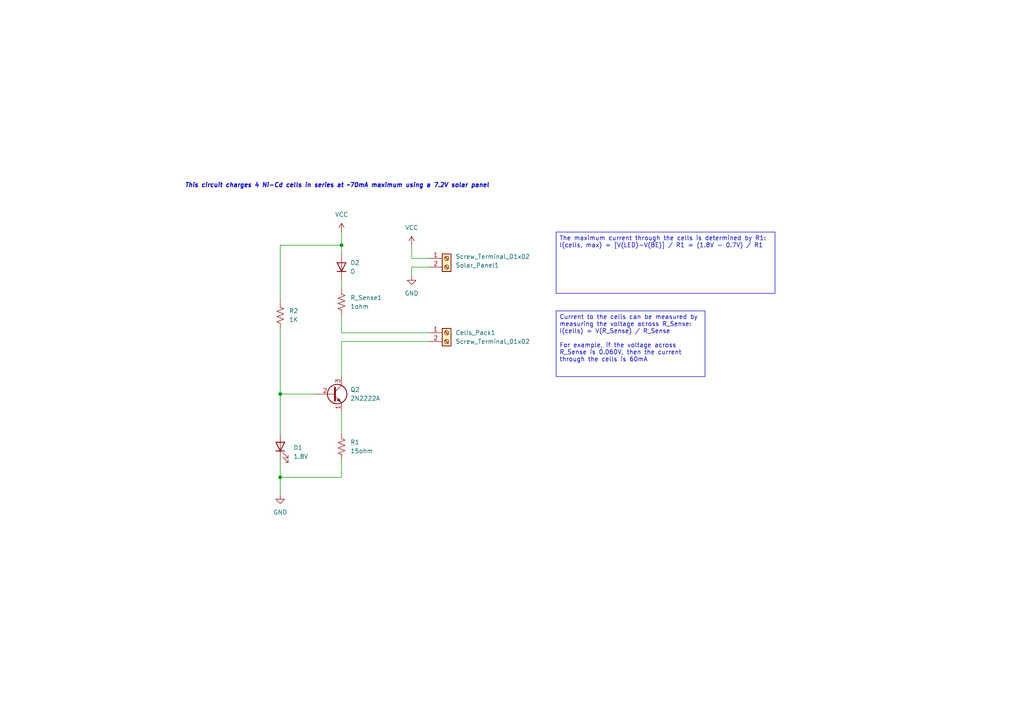
<source format=kicad_sch>
(kicad_sch (version 20231120) (generator "eeschema") (generator_version "8.0")
  (paper "A4")
  (lib_symbols
    (symbol "Connector:Screw_Terminal_01x02" (pin_names (offset 1.016) hide)
      (property "Reference" "J" (at 0 2.54 0))
      (property "Value" "Screw_Terminal_01x02" (at 0 -5.08 0))
      (symbol "Screw_Terminal_01x02_1_1"
        (rectangle (start -1.27 1.27) (end 1.27 -3.81) (stroke (width 0.254)) (fill (type background)))
        (circle (center 0 -2.54) (radius 0.635) (stroke (width 0.1524)))
        (polyline (pts (xy -0.5334 -2.2098) (xy 0.3302 -3.048)) (stroke (width 0.1524)))
        (polyline (pts (xy -0.5334 0.3302) (xy 0.3302 -0.508)) (stroke (width 0.1524)))
        (polyline (pts (xy -0.3556 -2.032) (xy 0.508 -2.8702)) (stroke (width 0.1524)))
        (polyline (pts (xy -0.3556 0.508) (xy 0.508 -0.3302)) (stroke (width 0.1524)))
        (circle (center 0 0) (radius 0.635) (stroke (width 0.1524)))
        (pin passive line (at -5.08 0 0) (length 3.81) (name "Pin_1") (number "1"))
        (pin passive line (at -5.08 -2.54 0) (length 3.81) (name "Pin_2") (number "2"))
      )
    )
    (symbol "Device:D" (pin_numbers hide) (pin_names (offset 1.016) hide)
      (property "Reference" "D" (at 0 2.54 0))
      (property "Value" "D" (at 0 -2.54 0))
      (symbol "D_0_1"
        (polyline (pts (xy -1.27 1.27) (xy -1.27 -1.27)) (stroke (width 0.254)))
        (polyline (pts (xy 1.27 0) (xy -1.27 0)))
        (polyline (pts (xy 1.27 1.27) (xy 1.27 -1.27) (xy -1.27 0) (xy 1.27 1.27)) (stroke (width 0.254)))
      )
      (symbol "D_1_1"
        (pin passive line (at -3.81 0 0) (length 2.54) (name "K") (number "1"))
        (pin passive line (at 3.81 0 180) (length 2.54) (name "A") (number "2"))
      )
    )
    (symbol "Device:LED" (pin_numbers hide) (pin_names (offset 1.016) hide)
      (property "Reference" "D" (at 0 2.54 0))
      (property "Value" "LED" (at 0 -2.54 0))
      (symbol "LED_0_1"
        (polyline (pts (xy -1.27 -1.27) (xy -1.27 1.27)) (stroke (width 0.254)))
        (polyline (pts (xy -1.27 0) (xy 1.27 0)))
        (polyline (pts (xy 1.27 -1.27) (xy 1.27 1.27) (xy -1.27 0) (xy 1.27 -1.27)) (stroke (width 0.254)))
        (polyline (pts (xy -3.048 -0.762) (xy -4.572 -2.286) (xy -3.81 -2.286) (xy -4.572 -2.286) (xy -4.572 -1.524)))
        (polyline (pts (xy -1.778 -0.762) (xy -3.302 -2.286) (xy -2.54 -2.286) (xy -3.302 -2.286) (xy -3.302 -1.524)))
      )
      (symbol "LED_1_1"
        (pin passive line (at -3.81 0 0) (length 2.54) (name "K") (number "1"))
        (pin passive line (at 3.81 0 180) (length 2.54) (name "A") (number "2"))
      )
    )
    (symbol "Device:Q_NPN_EBC" (pin_names (offset 0) hide)
      (property "Reference" "Q" (at 5.08 1.27 0))
      (property "Value" "Q_NPN_EBC" (at 5.08 -1.27 0))
      (symbol "Q_NPN_EBC_0_1"
        (polyline (pts (xy 0.635 0.635) (xy 2.54 2.54)))
        (polyline (pts (xy 0.635 -0.635) (xy 2.54 -2.54) (xy 2.54 -2.54)))
        (polyline (pts (xy 0.635 1.905) (xy 0.635 -1.905) (xy 0.635 -1.905)) (stroke (width 0.508)))
        (polyline (pts (xy 1.27 -1.778) (xy 1.778 -1.27) (xy 2.286 -2.286) (xy 1.27 -1.778) (xy 1.27 -1.778)) (fill (type outline)))
        (circle (center 1.27 0) (radius 2.8194) (stroke (width 0.254)))
      )
      (symbol "Q_NPN_EBC_1_1"
        (pin passive line (at 2.54 -5.08 90) (length 2.54) (name "E") (number "1"))
        (pin passive line (at -5.08 0 0) (length 5.715) (name "B") (number "2"))
        (pin passive line (at 2.54 5.08 270) (length 2.54) (name "C") (number "3"))
      )
    )
    (symbol "Device:R_US" (pin_numbers hide) (pin_names (offset 0))
      (property "Reference" "R" (at 2.54 0 90))
      (property "Value" "R_US" (at -2.54 0 90))
      (symbol "R_US_0_1"
        (polyline (pts (xy 0 -2.286) (xy 0 -2.54)))
        (polyline (pts (xy 0 2.286) (xy 0 2.54)))
        (polyline (pts (xy 0 -0.762) (xy 1.016 -1.143) (xy 0 -1.524) (xy -1.016 -1.905) (xy 0 -2.286)))
        (polyline (pts (xy 0 0.762) (xy 1.016 0.381) (xy 0 0) (xy -1.016 -0.381) (xy 0 -0.762)))
        (polyline (pts (xy 0 2.286) (xy 1.016 1.905) (xy 0 1.524) (xy -1.016 1.143) (xy 0 0.762)))
      )
      (symbol "R_US_1_1"
        (pin passive line (at 0 3.81 270) (length 1.27) (name "~") (number "1"))
        (pin passive line (at 0 -3.81 90) (length 1.27) (name "~") (number "2"))
      )
    )
    (symbol "power:GND" (power) (pin_numbers hide) (pin_names (offset 0) hide)
      (property "Value" "GND" (at 0 -3.81 0))
      (symbol "GND_0_1"
        (polyline (pts (xy 0 0) (xy 0 -1.27) (xy 1.27 -1.27) (xy 0 -2.54) (xy -1.27 -1.27) (xy 0 -1.27)))
      )
      (symbol "GND_1_1"
        (pin power_in line (at 0 0 270) (length 0) (name "~") (number "1"))
      )
    )
    (symbol "power:VCC" (power) (pin_numbers hide) (pin_names (offset 0) hide)
      (property "Value" "VCC" (at 0 3.556 0))
      (symbol "VCC_0_1"
        (polyline (pts (xy -0.762 1.27) (xy 0 2.54)))
        (polyline (pts (xy 0 0) (xy 0 2.54)))
        (polyline (pts (xy 0 2.54) (xy 0.762 1.27)))
      )
      (symbol "VCC_1_1"
        (pin power_in line (at 0 0 90) (length 0) (name "~") (number "1"))
      )
    )
  )
  (junction (at 81.28 138.43))
  (junction (at 81.28 114.3))
  (junction (at 99.06 71.12))
  (wire (pts (xy 124.46 99.06) (xy 99.06 99.06)))
  (wire (pts (xy 119.38 80.01) (xy 119.38 77.47)))
  (wire (pts (xy 99.06 71.12) (xy 99.06 73.66)))
  (wire (pts (xy 124.46 96.52) (xy 99.06 96.52)))
  (wire (pts (xy 124.46 74.93) (xy 119.38 74.93)))
  (wire (pts (xy 81.28 133.35) (xy 81.28 138.43)))
  (wire (pts (xy 99.06 99.06) (xy 99.06 109.22)))
  (wire (pts (xy 99.06 83.82) (xy 99.06 81.28)))
  (wire (pts (xy 99.06 119.38) (xy 99.06 125.73)))
  (wire (pts (xy 81.28 87.63) (xy 81.28 71.12)))
  (wire (pts (xy 99.06 67.31) (xy 99.06 71.12)))
  (wire (pts (xy 99.06 96.52) (xy 99.06 91.44)))
  (wire (pts (xy 119.38 74.93) (xy 119.38 71.12)))
  (wire (pts (xy 81.28 114.3) (xy 91.44 114.3)))
  (wire (pts (xy 81.28 71.12) (xy 99.06 71.12)))
  (wire (pts (xy 99.06 133.35) (xy 99.06 138.43)))
  (wire (pts (xy 81.28 138.43) (xy 99.06 138.43)))
  (wire (pts (xy 81.28 95.25) (xy 81.28 114.3)))
  (wire (pts (xy 81.28 125.73) (xy 81.28 114.3)))
  (wire (pts (xy 119.38 77.47) (xy 124.46 77.47)))
  (wire (pts (xy 81.28 138.43) (xy 81.28 143.51)))
  (text_box "The maximum current through the cells is determined by R1:\nI(cells, max) = [V(LED)-V(BE)] / R1 = (1.8V - 0.7V) / R1" (at 161.29 67.31 0) (size 63.5 17.78) (effects (font (size 1.27 1.27)) (justify left top)))
  (text_box "Current to the cells can be measured by measuring the voltage across R_Sense:\nI(cells) = V(R_Sense) / R_Sense\n\nFor example, if the voltage across R_Sense is 0.060V, then the current\nthrough the cells is 60mA" (at 161.29 90.17 0) (size 43.18 19.05) (effects (font (size 1.27 1.27)) (justify left top)))
  (text "This circuit charges 4 Ni-Cd cells in series at ~70mA maximum using a 7.2V solar panel" (at 97.79 53.848 0) (effects (font (size 1.27 1.27) (thickness 0.254) (bold yes) (italic yes))))
  (symbol (lib_id "power:VCC") (at 99.06 67.31 0) (unit 1)
    (property "Reference" "#PWR03" (effects (hide yes)))
    (property "Value" "VCC" (at 99.06 62.23 0))
    (property "Description" "Power symbol creates a global label with name \"VCC\"" (effects (hide yes)))
  )
  (symbol (lib_id "Connector:Screw_Terminal_01x02") (at 129.54 74.93 0) (unit 1)
    (property "Reference" "Solar_Panel1" (at 132.08 76.962 0) (effects (justify left)))
    (property "Value" "Screw_Terminal_01x02" (at 132.08 74.422 0) (effects (justify left)))
    (property "Footprint" "TerminalBlock:TerminalBlock_Altech_AK300-2_P5.00mm" (effects (hide yes)))
    (property "Description" "Generic screw terminal, single row, 01x02, script generated (kicad-library-utils/schlib/autogen/connector/)" (effects (hide yes)))
  )
  (symbol (lib_id "Device:R_US") (at 99.06 87.63 0) (unit 1)
    (property "Reference" "R_Sense1" (at 101.6 86.3599 0) (effects (justify left)))
    (property "Value" "1ohm" (at 101.6 88.8999 0) (effects (justify left)))
    (property "Footprint" "Resistor_THT:R_Axial_DIN0207_L6.3mm_D2.5mm_P7.62mm_Horizontal" (effects (hide yes)))
    (property "Description" "Resistor, US symbol" (effects (hide yes)))
  )
  (symbol (lib_id "Device:R_US") (at 81.28 91.44 0) (unit 1)
    (property "Reference" "R2" (at 83.82 90.1699 0) (effects (justify left)))
    (property "Value" "1K" (at 83.82 92.7099 0) (effects (justify left)))
    (property "Footprint" "Resistor_THT:R_Axial_DIN0207_L6.3mm_D2.5mm_P7.62mm_Horizontal" (effects (hide yes)))
    (property "Description" "Resistor, US symbol" (effects (hide yes)))
  )
  (symbol (lib_id "power:VCC") (at 119.38 71.12 0) (unit 1)
    (property "Reference" "#PWR02" (effects (hide yes)))
    (property "Value" "VCC" (at 119.38 66.04 0))
    (property "Description" "Power symbol creates a global label with name \"VCC\"" (effects (hide yes)))
  )
  (symbol (lib_id "Device:Q_NPN_EBC") (at 96.52 114.3 0) (unit 1)
    (property "Reference" "Q2" (at 101.6 113.0299 0) (effects (justify left)))
    (property "Value" "2N2222A" (at 101.6 115.5699 0) (effects (justify left)))
    (property "Footprint" "Package_TO_SOT_THT:TO-92L_Inline_Wide" (effects (hide yes)))
    (property "Description" "NPN transistor, emitter/base/collector" (effects (hide yes)))
  )
  (symbol (lib_id "power:GND") (at 81.28 143.51 0) (unit 1)
    (property "Reference" "#PWR01" (effects (hide yes)))
    (property "Value" "GND" (at 81.28 148.59 0))
    (property "Description" "Power symbol creates a global label with name \"GND\" , ground" (effects (hide yes)))
  )
  (symbol (lib_id "Device:LED") (at 81.28 129.54 90) (unit 1)
    (property "Reference" "D1" (at 85.09 129.8574 90) (effects (justify right)))
    (property "Value" "1.8V" (at 85.09 132.3974 90) (effects (justify right)))
    (property "Footprint" "LED_THT:LED_D5.0mm" (effects (hide yes)))
    (property "Description" "Light emitting diode" (effects (hide yes)))
  )
  (symbol (lib_id "Connector:Screw_Terminal_01x02") (at 129.54 96.52 0) (unit 1)
    (property "Reference" "Cells_Pack1" (at 132.08 96.5199 0) (effects (justify left)))
    (property "Value" "Screw_Terminal_01x02" (at 132.08 99.0599 0) (effects (justify left)))
    (property "Footprint" "TerminalBlock:TerminalBlock_Altech_AK300-2_P5.00mm" (effects (hide yes)))
    (property "Description" "Generic screw terminal, single row, 01x02, script generated (kicad-library-utils/schlib/autogen/connector/)" (effects (hide yes)))
  )
  (symbol (lib_id "Device:D") (at 99.06 77.47 90) (unit 1)
    (property "Reference" "D2" (at 101.6 76.1999 90) (effects (justify right)))
    (property "Value" "D" (at 101.6 78.7399 90) (effects (justify right)))
    (property "Footprint" "Diode_THT:D_A-405_P7.62mm_Horizontal" (effects (hide yes)))
    (property "Description" "Diode" (effects (hide yes)))
    (property "Sim.Device" "D" (effects (hide yes)))
    (property "Sim.Pins" "1=K 2=A" (effects (hide yes)))
  )
  (symbol (lib_id "power:GND") (at 119.38 80.01 0) (unit 1)
    (property "Reference" "#PWR04" (effects (hide yes)))
    (property "Value" "GND" (at 119.38 85.09 0))
    (property "Description" "Power symbol creates a global label with name \"GND\" , ground" (effects (hide yes)))
  )
  (symbol (lib_id "Device:R_US") (at 99.06 129.54 0) (unit 1)
    (property "Reference" "R1" (at 101.6 128.2699 0) (effects (justify left)))
    (property "Value" "15ohm" (at 101.6 130.8099 0) (effects (justify left)))
    (property "Footprint" "Resistor_THT:R_Axial_DIN0207_L6.3mm_D2.5mm_P7.62mm_Horizontal" (effects (hide yes)))
    (property "Description" "Resistor, US symbol" (effects (hide yes)))
  )
)
</source>
